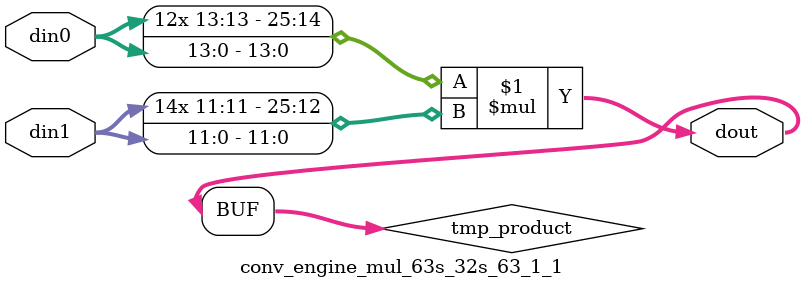
<source format=v>

`timescale 1 ns / 1 ps

 module conv_engine_mul_63s_32s_63_1_1(din0, din1, dout);
parameter ID = 1;
parameter NUM_STAGE = 0;
parameter din0_WIDTH = 14;
parameter din1_WIDTH = 12;
parameter dout_WIDTH = 26;

input [din0_WIDTH - 1 : 0] din0; 
input [din1_WIDTH - 1 : 0] din1; 
output [dout_WIDTH - 1 : 0] dout;

wire signed [dout_WIDTH - 1 : 0] tmp_product;



























assign tmp_product = $signed(din0) * $signed(din1);








assign dout = tmp_product;





















endmodule

</source>
